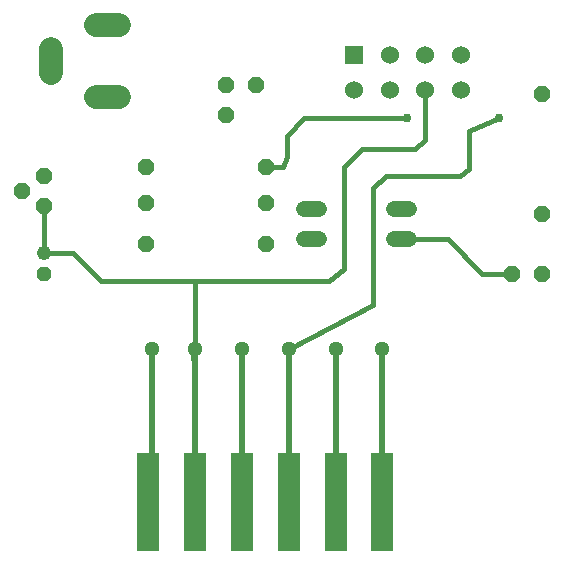
<source format=gbr>
G04 EAGLE Gerber X2 export*
%TF.Part,Single*%
%TF.FileFunction,Copper,L1,Top,Mixed*%
%TF.FilePolarity,Positive*%
%TF.GenerationSoftware,Autodesk,EAGLE,8.6.0*%
%TF.CreationDate,2018-11-01T12:35:15Z*%
G75*
%MOMM*%
%FSLAX34Y34*%
%LPD*%
%AMOC8*
5,1,8,0,0,1.08239X$1,22.5*%
G01*
%ADD10P,1.319650X8X292.500000*%
%ADD11C,1.219200*%
%ADD12P,1.429621X8X112.500000*%
%ADD13C,2.000000*%
%ADD14R,1.905000X8.255000*%
%ADD15C,1.320800*%
%ADD16P,1.429621X8X22.500000*%
%ADD17C,1.530000*%
%ADD18R,1.530000X1.530000*%
%ADD19P,1.429621X8X202.500000*%
%ADD20C,0.508000*%
%ADD21C,1.300000*%
%ADD22C,0.406400*%
%ADD23C,0.756400*%


D10*
X99060Y241300D03*
D11*
X99060Y259080D03*
D12*
X99060Y323850D03*
X80010Y311150D03*
X99060Y298450D03*
D13*
X142400Y390640D02*
X162400Y390640D01*
X162400Y451640D02*
X142400Y451640D01*
X104400Y431640D02*
X104400Y411640D01*
D14*
X385318Y48260D03*
X345694Y48260D03*
X306070Y48260D03*
X266446Y48260D03*
X226822Y48260D03*
X187198Y48260D03*
D15*
X318516Y295910D02*
X331724Y295910D01*
X331724Y270510D02*
X318516Y270510D01*
X394716Y270510D02*
X407924Y270510D01*
X407924Y295910D02*
X394716Y295910D01*
D16*
X185420Y266700D03*
X287020Y266700D03*
D17*
X391400Y426700D03*
X391400Y396700D03*
X421400Y426700D03*
X421400Y396700D03*
D18*
X361400Y426700D03*
D17*
X451400Y426700D03*
X361400Y396700D03*
X451400Y396700D03*
D19*
X278130Y401320D03*
X252730Y401320D03*
X252730Y375920D03*
X287020Y331470D03*
X185420Y331470D03*
X287020Y300990D03*
X185420Y300990D03*
D16*
X495300Y241300D03*
X520700Y241300D03*
D12*
X520700Y292100D03*
X520700Y393700D03*
D20*
X226822Y177800D02*
X226822Y48260D01*
D21*
X226822Y177800D03*
D22*
X353060Y245110D02*
X353060Y331470D01*
X368300Y346710D01*
X412750Y346710D01*
X421640Y354330D01*
X421640Y376620D01*
X421400Y396700D01*
D20*
X226822Y177800D02*
X226060Y168402D01*
D22*
X99060Y259080D02*
X99060Y298450D01*
X147320Y234950D02*
X228600Y234950D01*
X340360Y234950D01*
X353060Y245110D01*
X226822Y233172D02*
X226822Y177800D01*
X226822Y233172D02*
X228600Y234950D01*
X147320Y234950D02*
X123190Y259080D01*
X99060Y259080D01*
D20*
X306070Y177800D02*
X306070Y48260D01*
D22*
X306070Y177800D02*
X377190Y214630D01*
X377190Y313690D01*
X388620Y323850D01*
D21*
X306070Y177800D03*
D22*
X458470Y361950D02*
X483870Y373380D01*
X450850Y323850D02*
X388620Y323850D01*
X450850Y323850D02*
X458470Y330200D01*
X458470Y361950D01*
D23*
X483870Y373380D03*
D21*
X345694Y177800D03*
D20*
X345694Y48260D01*
X385318Y48260D02*
X385318Y177800D01*
D21*
X385318Y177800D03*
D20*
X190500Y51308D02*
X187198Y48260D01*
X190500Y51308D02*
X190500Y177800D01*
D21*
X190500Y177800D03*
D20*
X266446Y177800D02*
X266446Y48260D01*
D21*
X266446Y177800D03*
D22*
X401320Y270510D02*
X440690Y270510D01*
X469900Y241300D01*
X495300Y241300D01*
X300990Y331470D02*
X287020Y331470D01*
X300990Y331470D02*
X304800Y340360D01*
X304800Y358140D01*
X318616Y373380D02*
X406256Y373380D01*
X318616Y373380D02*
X304800Y358140D01*
D23*
X406256Y373380D03*
M02*

</source>
